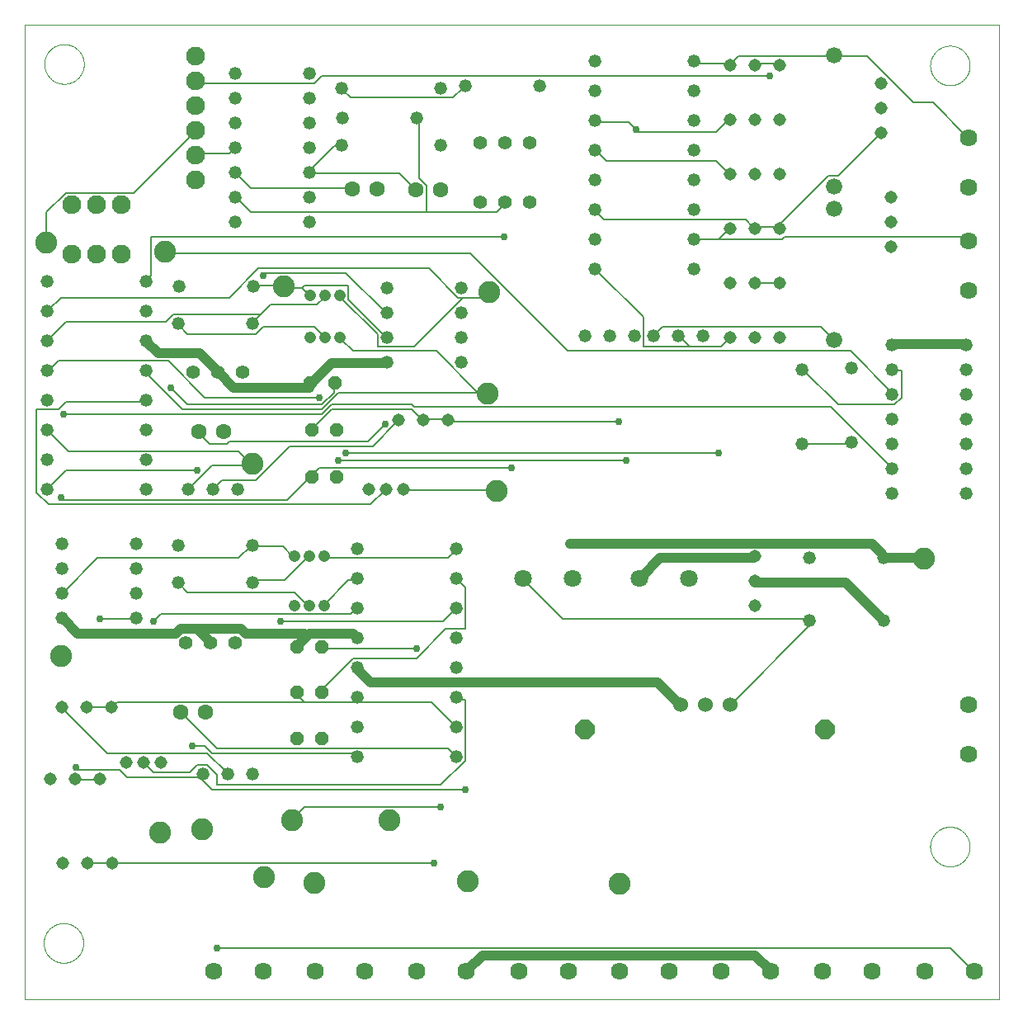
<source format=gtl>
G04 EAGLE Gerber X2 export*
%TF.Part,Single*%
%TF.FileFunction,Other,Top Layer*%
%TF.FilePolarity,Positive*%
%TF.GenerationSoftware,Autodesk,EAGLE,9.1.2*%
%TF.CreationDate,2019-01-11T15:16:38Z*%
G75*
%MOMM*%
%FSLAX34Y34*%
%LPD*%
%AMOC8*
5,1,8,0,0,1.08239X$1,22.5*%
G01*
%ADD10C,0.000000*%
%ADD11C,1.308000*%
%ADD12C,1.600200*%
%ADD13P,1.429621X8X22.500000*%
%ADD14C,1.320800*%
%ADD15C,1.676400*%
%ADD16C,1.208000*%
%ADD17C,1.408000*%
%ADD18C,1.930400*%
%ADD19C,1.790700*%
%ADD20C,1.800000*%
%ADD21C,1.524000*%
%ADD22P,2.110661X8X202.500000*%
%ADD23C,2.250000*%
%ADD24C,1.016000*%
%ADD25C,0.152400*%
%ADD26C,0.756400*%


D10*
X0Y-187960D02*
X1000000Y-187960D01*
X1000000Y812700D01*
X0Y812700D01*
X0Y-187960D01*
D11*
X383540Y406400D03*
X408940Y406400D03*
X434340Y406400D03*
X889000Y584200D03*
X889000Y609600D03*
X889000Y635000D03*
X723900Y770890D03*
X749300Y770890D03*
X774700Y770890D03*
X723900Y715010D03*
X749300Y715010D03*
X774700Y715010D03*
D12*
X204470Y394970D03*
X179070Y394970D03*
X361950Y643890D03*
X336550Y643890D03*
X426720Y642620D03*
X401320Y642620D03*
D11*
X38100Y112400D03*
X63500Y112400D03*
X88900Y112400D03*
D12*
X185740Y106680D03*
X160340Y106680D03*
D11*
X723900Y659130D03*
X749300Y659130D03*
X774700Y659130D03*
D13*
X279400Y127000D03*
X304800Y127000D03*
X293370Y444500D03*
X318770Y444500D03*
X294640Y347980D03*
X320040Y347980D03*
X294640Y396240D03*
X320040Y396240D03*
X279400Y80010D03*
X304800Y80010D03*
X279400Y173990D03*
X304800Y173990D03*
D14*
X215900Y762000D03*
X215900Y736600D03*
X215900Y609600D03*
X292100Y609600D03*
X215900Y711200D03*
X215900Y685800D03*
X215900Y635000D03*
X215900Y660400D03*
X292100Y635000D03*
X292100Y660400D03*
X292100Y685800D03*
X292100Y711200D03*
X292100Y736600D03*
X292100Y762000D03*
X372320Y542510D03*
X372320Y517110D03*
X448520Y517110D03*
X448520Y542510D03*
X372320Y491710D03*
X372320Y466310D03*
X448520Y491710D03*
X448520Y466310D03*
X38100Y279400D03*
X38100Y254000D03*
X114300Y254000D03*
X114300Y279400D03*
X38100Y228600D03*
X38100Y203200D03*
X114300Y228600D03*
X114300Y203200D03*
D15*
X830580Y780790D03*
X830580Y646440D03*
D14*
X167640Y335280D03*
X218440Y335280D03*
X193040Y335280D03*
D11*
X353540Y335280D03*
X371320Y335280D03*
X389100Y335280D03*
D16*
X293210Y534670D03*
X308450Y534670D03*
X323690Y534670D03*
X293090Y491710D03*
X308330Y491710D03*
X323570Y491710D03*
D14*
X182880Y43180D03*
X233680Y43180D03*
X208280Y43180D03*
D11*
X104140Y55250D03*
X121920Y55250D03*
X139700Y55250D03*
D16*
X276860Y266700D03*
X292100Y266700D03*
X307340Y266700D03*
X276860Y215900D03*
X292100Y215900D03*
X307340Y215900D03*
D14*
X575310Y492760D03*
X626110Y492760D03*
X600710Y492760D03*
X325120Y746760D03*
X426720Y746760D03*
X22860Y457200D03*
X124460Y457200D03*
X341630Y182880D03*
X443230Y182880D03*
X341630Y152400D03*
X443230Y152400D03*
X341630Y60960D03*
X443230Y60960D03*
X341630Y213360D03*
X443230Y213360D03*
X341630Y121920D03*
X443230Y121920D03*
X341630Y274320D03*
X443230Y274320D03*
X341630Y91440D03*
X443230Y91440D03*
X341630Y243840D03*
X443230Y243840D03*
X585470Y744220D03*
X687070Y744220D03*
X325120Y688340D03*
X426720Y688340D03*
X585470Y774700D03*
X687070Y774700D03*
X585470Y683260D03*
X687070Y683260D03*
X585470Y713740D03*
X687070Y713740D03*
D17*
X467360Y629920D03*
X492760Y629920D03*
X518160Y629920D03*
X467360Y690880D03*
X492760Y690880D03*
X518160Y690880D03*
X172720Y455930D03*
X198120Y455930D03*
X223520Y455930D03*
X165100Y177800D03*
X190500Y177800D03*
X215900Y177800D03*
D14*
X22860Y487680D03*
X124460Y487680D03*
X22860Y396240D03*
X124460Y396240D03*
X22860Y335280D03*
X124460Y335280D03*
X22860Y518160D03*
X124460Y518160D03*
X22860Y548640D03*
X124460Y548640D03*
X22860Y426720D03*
X124460Y426720D03*
X22860Y365760D03*
X124460Y365760D03*
D18*
X175260Y779780D03*
X175260Y754380D03*
X175260Y728980D03*
X175260Y703580D03*
X175260Y678180D03*
X175260Y652780D03*
X99060Y627380D03*
X73660Y627380D03*
X48260Y627380D03*
X99060Y576580D03*
X73660Y576580D03*
X48260Y576580D03*
D19*
X968890Y645870D03*
X968890Y696670D03*
X969010Y63990D03*
X969010Y114790D03*
D14*
X528320Y749300D03*
X452120Y749300D03*
X402590Y716280D03*
X326390Y716280D03*
X797560Y458470D03*
X797560Y382270D03*
X234950Y543560D03*
X158750Y543560D03*
X233680Y505460D03*
X157480Y505460D03*
X233680Y278130D03*
X157480Y278130D03*
X233680Y240030D03*
X157480Y240030D03*
D11*
X723900Y491490D03*
X749300Y491490D03*
X774700Y491490D03*
D15*
X830580Y489210D03*
X830580Y623560D03*
D11*
X723900Y603250D03*
X749300Y603250D03*
X774700Y603250D03*
X879000Y701040D03*
X879000Y726440D03*
X879000Y751840D03*
X723900Y547370D03*
X749300Y547370D03*
X774700Y547370D03*
D14*
X645160Y492760D03*
X695960Y492760D03*
X670560Y492760D03*
X585470Y561340D03*
X687070Y561340D03*
X585470Y622300D03*
X687070Y622300D03*
X585470Y652780D03*
X687070Y652780D03*
X585470Y591820D03*
X687070Y591820D03*
D19*
X969010Y539750D03*
X969010Y590550D03*
D14*
X848360Y459740D03*
X848360Y383540D03*
X890270Y483870D03*
X890270Y458470D03*
X890270Y331470D03*
X966470Y331470D03*
X890270Y433070D03*
X890270Y407670D03*
X890270Y356870D03*
X890270Y382270D03*
X966470Y356870D03*
X966470Y382270D03*
X966470Y407670D03*
X966470Y433070D03*
X966470Y458470D03*
X966470Y483870D03*
D10*
X929600Y-31008D02*
X929606Y-30509D01*
X929624Y-30011D01*
X929655Y-29513D01*
X929698Y-29016D01*
X929753Y-28521D01*
X929820Y-28026D01*
X929899Y-27534D01*
X929990Y-27044D01*
X930094Y-26556D01*
X930209Y-26071D01*
X930336Y-25588D01*
X930475Y-25109D01*
X930626Y-24634D01*
X930788Y-24162D01*
X930962Y-23695D01*
X931147Y-23232D01*
X931343Y-22773D01*
X931551Y-22320D01*
X931770Y-21872D01*
X931999Y-21429D01*
X932240Y-20992D01*
X932491Y-20561D01*
X932753Y-20137D01*
X933025Y-19719D01*
X933307Y-19308D01*
X933599Y-18903D01*
X933901Y-18506D01*
X934212Y-18117D01*
X934534Y-17736D01*
X934864Y-17362D01*
X935203Y-16997D01*
X935552Y-16640D01*
X935909Y-16291D01*
X936274Y-15952D01*
X936648Y-15622D01*
X937029Y-15300D01*
X937418Y-14989D01*
X937815Y-14687D01*
X938220Y-14395D01*
X938631Y-14113D01*
X939049Y-13841D01*
X939473Y-13579D01*
X939904Y-13328D01*
X940341Y-13087D01*
X940784Y-12858D01*
X941232Y-12639D01*
X941685Y-12431D01*
X942144Y-12235D01*
X942607Y-12050D01*
X943074Y-11876D01*
X943546Y-11714D01*
X944021Y-11563D01*
X944500Y-11424D01*
X944983Y-11297D01*
X945468Y-11182D01*
X945956Y-11078D01*
X946446Y-10987D01*
X946938Y-10908D01*
X947433Y-10841D01*
X947928Y-10786D01*
X948425Y-10743D01*
X948923Y-10712D01*
X949421Y-10694D01*
X949920Y-10688D01*
X950419Y-10694D01*
X950917Y-10712D01*
X951415Y-10743D01*
X951912Y-10786D01*
X952407Y-10841D01*
X952902Y-10908D01*
X953394Y-10987D01*
X953884Y-11078D01*
X954372Y-11182D01*
X954857Y-11297D01*
X955340Y-11424D01*
X955819Y-11563D01*
X956294Y-11714D01*
X956766Y-11876D01*
X957233Y-12050D01*
X957696Y-12235D01*
X958155Y-12431D01*
X958608Y-12639D01*
X959056Y-12858D01*
X959499Y-13087D01*
X959936Y-13328D01*
X960367Y-13579D01*
X960791Y-13841D01*
X961209Y-14113D01*
X961620Y-14395D01*
X962025Y-14687D01*
X962422Y-14989D01*
X962811Y-15300D01*
X963192Y-15622D01*
X963566Y-15952D01*
X963931Y-16291D01*
X964288Y-16640D01*
X964637Y-16997D01*
X964976Y-17362D01*
X965306Y-17736D01*
X965628Y-18117D01*
X965939Y-18506D01*
X966241Y-18903D01*
X966533Y-19308D01*
X966815Y-19719D01*
X967087Y-20137D01*
X967349Y-20561D01*
X967600Y-20992D01*
X967841Y-21429D01*
X968070Y-21872D01*
X968289Y-22320D01*
X968497Y-22773D01*
X968693Y-23232D01*
X968878Y-23695D01*
X969052Y-24162D01*
X969214Y-24634D01*
X969365Y-25109D01*
X969504Y-25588D01*
X969631Y-26071D01*
X969746Y-26556D01*
X969850Y-27044D01*
X969941Y-27534D01*
X970020Y-28026D01*
X970087Y-28521D01*
X970142Y-29016D01*
X970185Y-29513D01*
X970216Y-30011D01*
X970234Y-30509D01*
X970240Y-31008D01*
X970234Y-31507D01*
X970216Y-32005D01*
X970185Y-32503D01*
X970142Y-33000D01*
X970087Y-33495D01*
X970020Y-33990D01*
X969941Y-34482D01*
X969850Y-34972D01*
X969746Y-35460D01*
X969631Y-35945D01*
X969504Y-36428D01*
X969365Y-36907D01*
X969214Y-37382D01*
X969052Y-37854D01*
X968878Y-38321D01*
X968693Y-38784D01*
X968497Y-39243D01*
X968289Y-39696D01*
X968070Y-40144D01*
X967841Y-40587D01*
X967600Y-41024D01*
X967349Y-41455D01*
X967087Y-41879D01*
X966815Y-42297D01*
X966533Y-42708D01*
X966241Y-43113D01*
X965939Y-43510D01*
X965628Y-43899D01*
X965306Y-44280D01*
X964976Y-44654D01*
X964637Y-45019D01*
X964288Y-45376D01*
X963931Y-45725D01*
X963566Y-46064D01*
X963192Y-46394D01*
X962811Y-46716D01*
X962422Y-47027D01*
X962025Y-47329D01*
X961620Y-47621D01*
X961209Y-47903D01*
X960791Y-48175D01*
X960367Y-48437D01*
X959936Y-48688D01*
X959499Y-48929D01*
X959056Y-49158D01*
X958608Y-49377D01*
X958155Y-49585D01*
X957696Y-49781D01*
X957233Y-49966D01*
X956766Y-50140D01*
X956294Y-50302D01*
X955819Y-50453D01*
X955340Y-50592D01*
X954857Y-50719D01*
X954372Y-50834D01*
X953884Y-50938D01*
X953394Y-51029D01*
X952902Y-51108D01*
X952407Y-51175D01*
X951912Y-51230D01*
X951415Y-51273D01*
X950917Y-51304D01*
X950419Y-51322D01*
X949920Y-51328D01*
X949421Y-51322D01*
X948923Y-51304D01*
X948425Y-51273D01*
X947928Y-51230D01*
X947433Y-51175D01*
X946938Y-51108D01*
X946446Y-51029D01*
X945956Y-50938D01*
X945468Y-50834D01*
X944983Y-50719D01*
X944500Y-50592D01*
X944021Y-50453D01*
X943546Y-50302D01*
X943074Y-50140D01*
X942607Y-49966D01*
X942144Y-49781D01*
X941685Y-49585D01*
X941232Y-49377D01*
X940784Y-49158D01*
X940341Y-48929D01*
X939904Y-48688D01*
X939473Y-48437D01*
X939049Y-48175D01*
X938631Y-47903D01*
X938220Y-47621D01*
X937815Y-47329D01*
X937418Y-47027D01*
X937029Y-46716D01*
X936648Y-46394D01*
X936274Y-46064D01*
X935909Y-45725D01*
X935552Y-45376D01*
X935203Y-45019D01*
X934864Y-44654D01*
X934534Y-44280D01*
X934212Y-43899D01*
X933901Y-43510D01*
X933599Y-43113D01*
X933307Y-42708D01*
X933025Y-42297D01*
X932753Y-41879D01*
X932491Y-41455D01*
X932240Y-41024D01*
X931999Y-40587D01*
X931770Y-40144D01*
X931551Y-39696D01*
X931343Y-39243D01*
X931147Y-38784D01*
X930962Y-38321D01*
X930788Y-37854D01*
X930626Y-37382D01*
X930475Y-36907D01*
X930336Y-36428D01*
X930209Y-35945D01*
X930094Y-35460D01*
X929990Y-34972D01*
X929899Y-34482D01*
X929820Y-33990D01*
X929753Y-33495D01*
X929698Y-33000D01*
X929655Y-32503D01*
X929624Y-32005D01*
X929606Y-31507D01*
X929600Y-31008D01*
X929600Y770510D02*
X929606Y771009D01*
X929624Y771507D01*
X929655Y772005D01*
X929698Y772502D01*
X929753Y772997D01*
X929820Y773492D01*
X929899Y773984D01*
X929990Y774474D01*
X930094Y774962D01*
X930209Y775447D01*
X930336Y775930D01*
X930475Y776409D01*
X930626Y776884D01*
X930788Y777356D01*
X930962Y777823D01*
X931147Y778286D01*
X931343Y778745D01*
X931551Y779198D01*
X931770Y779646D01*
X931999Y780089D01*
X932240Y780526D01*
X932491Y780957D01*
X932753Y781381D01*
X933025Y781799D01*
X933307Y782210D01*
X933599Y782615D01*
X933901Y783012D01*
X934212Y783401D01*
X934534Y783782D01*
X934864Y784156D01*
X935203Y784521D01*
X935552Y784878D01*
X935909Y785227D01*
X936274Y785566D01*
X936648Y785896D01*
X937029Y786218D01*
X937418Y786529D01*
X937815Y786831D01*
X938220Y787123D01*
X938631Y787405D01*
X939049Y787677D01*
X939473Y787939D01*
X939904Y788190D01*
X940341Y788431D01*
X940784Y788660D01*
X941232Y788879D01*
X941685Y789087D01*
X942144Y789283D01*
X942607Y789468D01*
X943074Y789642D01*
X943546Y789804D01*
X944021Y789955D01*
X944500Y790094D01*
X944983Y790221D01*
X945468Y790336D01*
X945956Y790440D01*
X946446Y790531D01*
X946938Y790610D01*
X947433Y790677D01*
X947928Y790732D01*
X948425Y790775D01*
X948923Y790806D01*
X949421Y790824D01*
X949920Y790830D01*
X950419Y790824D01*
X950917Y790806D01*
X951415Y790775D01*
X951912Y790732D01*
X952407Y790677D01*
X952902Y790610D01*
X953394Y790531D01*
X953884Y790440D01*
X954372Y790336D01*
X954857Y790221D01*
X955340Y790094D01*
X955819Y789955D01*
X956294Y789804D01*
X956766Y789642D01*
X957233Y789468D01*
X957696Y789283D01*
X958155Y789087D01*
X958608Y788879D01*
X959056Y788660D01*
X959499Y788431D01*
X959936Y788190D01*
X960367Y787939D01*
X960791Y787677D01*
X961209Y787405D01*
X961620Y787123D01*
X962025Y786831D01*
X962422Y786529D01*
X962811Y786218D01*
X963192Y785896D01*
X963566Y785566D01*
X963931Y785227D01*
X964288Y784878D01*
X964637Y784521D01*
X964976Y784156D01*
X965306Y783782D01*
X965628Y783401D01*
X965939Y783012D01*
X966241Y782615D01*
X966533Y782210D01*
X966815Y781799D01*
X967087Y781381D01*
X967349Y780957D01*
X967600Y780526D01*
X967841Y780089D01*
X968070Y779646D01*
X968289Y779198D01*
X968497Y778745D01*
X968693Y778286D01*
X968878Y777823D01*
X969052Y777356D01*
X969214Y776884D01*
X969365Y776409D01*
X969504Y775930D01*
X969631Y775447D01*
X969746Y774962D01*
X969850Y774474D01*
X969941Y773984D01*
X970020Y773492D01*
X970087Y772997D01*
X970142Y772502D01*
X970185Y772005D01*
X970216Y771507D01*
X970234Y771009D01*
X970240Y770510D01*
X970234Y770011D01*
X970216Y769513D01*
X970185Y769015D01*
X970142Y768518D01*
X970087Y768023D01*
X970020Y767528D01*
X969941Y767036D01*
X969850Y766546D01*
X969746Y766058D01*
X969631Y765573D01*
X969504Y765090D01*
X969365Y764611D01*
X969214Y764136D01*
X969052Y763664D01*
X968878Y763197D01*
X968693Y762734D01*
X968497Y762275D01*
X968289Y761822D01*
X968070Y761374D01*
X967841Y760931D01*
X967600Y760494D01*
X967349Y760063D01*
X967087Y759639D01*
X966815Y759221D01*
X966533Y758810D01*
X966241Y758405D01*
X965939Y758008D01*
X965628Y757619D01*
X965306Y757238D01*
X964976Y756864D01*
X964637Y756499D01*
X964288Y756142D01*
X963931Y755793D01*
X963566Y755454D01*
X963192Y755124D01*
X962811Y754802D01*
X962422Y754491D01*
X962025Y754189D01*
X961620Y753897D01*
X961209Y753615D01*
X960791Y753343D01*
X960367Y753081D01*
X959936Y752830D01*
X959499Y752589D01*
X959056Y752360D01*
X958608Y752141D01*
X958155Y751933D01*
X957696Y751737D01*
X957233Y751552D01*
X956766Y751378D01*
X956294Y751216D01*
X955819Y751065D01*
X955340Y750926D01*
X954857Y750799D01*
X954372Y750684D01*
X953884Y750580D01*
X953394Y750489D01*
X952902Y750410D01*
X952407Y750343D01*
X951912Y750288D01*
X951415Y750245D01*
X950917Y750214D01*
X950419Y750196D01*
X949920Y750190D01*
X949421Y750196D01*
X948923Y750214D01*
X948425Y750245D01*
X947928Y750288D01*
X947433Y750343D01*
X946938Y750410D01*
X946446Y750489D01*
X945956Y750580D01*
X945468Y750684D01*
X944983Y750799D01*
X944500Y750926D01*
X944021Y751065D01*
X943546Y751216D01*
X943074Y751378D01*
X942607Y751552D01*
X942144Y751737D01*
X941685Y751933D01*
X941232Y752141D01*
X940784Y752360D01*
X940341Y752589D01*
X939904Y752830D01*
X939473Y753081D01*
X939049Y753343D01*
X938631Y753615D01*
X938220Y753897D01*
X937815Y754189D01*
X937418Y754491D01*
X937029Y754802D01*
X936648Y755124D01*
X936274Y755454D01*
X935909Y755793D01*
X935552Y756142D01*
X935203Y756499D01*
X934864Y756864D01*
X934534Y757238D01*
X934212Y757619D01*
X933901Y758008D01*
X933599Y758405D01*
X933307Y758810D01*
X933025Y759221D01*
X932753Y759639D01*
X932491Y760063D01*
X932240Y760494D01*
X931999Y760931D01*
X931770Y761374D01*
X931551Y761822D01*
X931343Y762275D01*
X931147Y762734D01*
X930962Y763197D01*
X930788Y763664D01*
X930626Y764136D01*
X930475Y764611D01*
X930336Y765090D01*
X930209Y765573D01*
X930094Y766058D01*
X929990Y766546D01*
X929899Y767036D01*
X929820Y767528D01*
X929753Y768023D01*
X929698Y768518D01*
X929655Y769015D01*
X929624Y769513D01*
X929606Y770011D01*
X929600Y770510D01*
X20480Y772000D02*
X20486Y772499D01*
X20504Y772997D01*
X20535Y773495D01*
X20578Y773992D01*
X20633Y774487D01*
X20700Y774982D01*
X20779Y775474D01*
X20870Y775964D01*
X20974Y776452D01*
X21089Y776937D01*
X21216Y777420D01*
X21355Y777899D01*
X21506Y778374D01*
X21668Y778846D01*
X21842Y779313D01*
X22027Y779776D01*
X22223Y780235D01*
X22431Y780688D01*
X22650Y781136D01*
X22879Y781579D01*
X23120Y782016D01*
X23371Y782447D01*
X23633Y782871D01*
X23905Y783289D01*
X24187Y783700D01*
X24479Y784105D01*
X24781Y784502D01*
X25092Y784891D01*
X25414Y785272D01*
X25744Y785646D01*
X26083Y786011D01*
X26432Y786368D01*
X26789Y786717D01*
X27154Y787056D01*
X27528Y787386D01*
X27909Y787708D01*
X28298Y788019D01*
X28695Y788321D01*
X29100Y788613D01*
X29511Y788895D01*
X29929Y789167D01*
X30353Y789429D01*
X30784Y789680D01*
X31221Y789921D01*
X31664Y790150D01*
X32112Y790369D01*
X32565Y790577D01*
X33024Y790773D01*
X33487Y790958D01*
X33954Y791132D01*
X34426Y791294D01*
X34901Y791445D01*
X35380Y791584D01*
X35863Y791711D01*
X36348Y791826D01*
X36836Y791930D01*
X37326Y792021D01*
X37818Y792100D01*
X38313Y792167D01*
X38808Y792222D01*
X39305Y792265D01*
X39803Y792296D01*
X40301Y792314D01*
X40800Y792320D01*
X41299Y792314D01*
X41797Y792296D01*
X42295Y792265D01*
X42792Y792222D01*
X43287Y792167D01*
X43782Y792100D01*
X44274Y792021D01*
X44764Y791930D01*
X45252Y791826D01*
X45737Y791711D01*
X46220Y791584D01*
X46699Y791445D01*
X47174Y791294D01*
X47646Y791132D01*
X48113Y790958D01*
X48576Y790773D01*
X49035Y790577D01*
X49488Y790369D01*
X49936Y790150D01*
X50379Y789921D01*
X50816Y789680D01*
X51247Y789429D01*
X51671Y789167D01*
X52089Y788895D01*
X52500Y788613D01*
X52905Y788321D01*
X53302Y788019D01*
X53691Y787708D01*
X54072Y787386D01*
X54446Y787056D01*
X54811Y786717D01*
X55168Y786368D01*
X55517Y786011D01*
X55856Y785646D01*
X56186Y785272D01*
X56508Y784891D01*
X56819Y784502D01*
X57121Y784105D01*
X57413Y783700D01*
X57695Y783289D01*
X57967Y782871D01*
X58229Y782447D01*
X58480Y782016D01*
X58721Y781579D01*
X58950Y781136D01*
X59169Y780688D01*
X59377Y780235D01*
X59573Y779776D01*
X59758Y779313D01*
X59932Y778846D01*
X60094Y778374D01*
X60245Y777899D01*
X60384Y777420D01*
X60511Y776937D01*
X60626Y776452D01*
X60730Y775964D01*
X60821Y775474D01*
X60900Y774982D01*
X60967Y774487D01*
X61022Y773992D01*
X61065Y773495D01*
X61096Y772997D01*
X61114Y772499D01*
X61120Y772000D01*
X61114Y771501D01*
X61096Y771003D01*
X61065Y770505D01*
X61022Y770008D01*
X60967Y769513D01*
X60900Y769018D01*
X60821Y768526D01*
X60730Y768036D01*
X60626Y767548D01*
X60511Y767063D01*
X60384Y766580D01*
X60245Y766101D01*
X60094Y765626D01*
X59932Y765154D01*
X59758Y764687D01*
X59573Y764224D01*
X59377Y763765D01*
X59169Y763312D01*
X58950Y762864D01*
X58721Y762421D01*
X58480Y761984D01*
X58229Y761553D01*
X57967Y761129D01*
X57695Y760711D01*
X57413Y760300D01*
X57121Y759895D01*
X56819Y759498D01*
X56508Y759109D01*
X56186Y758728D01*
X55856Y758354D01*
X55517Y757989D01*
X55168Y757632D01*
X54811Y757283D01*
X54446Y756944D01*
X54072Y756614D01*
X53691Y756292D01*
X53302Y755981D01*
X52905Y755679D01*
X52500Y755387D01*
X52089Y755105D01*
X51671Y754833D01*
X51247Y754571D01*
X50816Y754320D01*
X50379Y754079D01*
X49936Y753850D01*
X49488Y753631D01*
X49035Y753423D01*
X48576Y753227D01*
X48113Y753042D01*
X47646Y752868D01*
X47174Y752706D01*
X46699Y752555D01*
X46220Y752416D01*
X45737Y752289D01*
X45252Y752174D01*
X44764Y752070D01*
X44274Y751979D01*
X43782Y751900D01*
X43287Y751833D01*
X42792Y751778D01*
X42295Y751735D01*
X41797Y751704D01*
X41299Y751686D01*
X40800Y751680D01*
X40301Y751686D01*
X39803Y751704D01*
X39305Y751735D01*
X38808Y751778D01*
X38313Y751833D01*
X37818Y751900D01*
X37326Y751979D01*
X36836Y752070D01*
X36348Y752174D01*
X35863Y752289D01*
X35380Y752416D01*
X34901Y752555D01*
X34426Y752706D01*
X33954Y752868D01*
X33487Y753042D01*
X33024Y753227D01*
X32565Y753423D01*
X32112Y753631D01*
X31664Y753850D01*
X31221Y754079D01*
X30784Y754320D01*
X30353Y754571D01*
X29929Y754833D01*
X29511Y755105D01*
X29100Y755387D01*
X28695Y755679D01*
X28298Y755981D01*
X27909Y756292D01*
X27528Y756614D01*
X27154Y756944D01*
X26789Y757283D01*
X26432Y757632D01*
X26083Y757989D01*
X25744Y758354D01*
X25414Y758728D01*
X25092Y759109D01*
X24781Y759498D01*
X24479Y759895D01*
X24187Y760300D01*
X23905Y760711D01*
X23633Y761129D01*
X23371Y761553D01*
X23120Y761984D01*
X22879Y762421D01*
X22650Y762864D01*
X22431Y763312D01*
X22223Y763765D01*
X22027Y764224D01*
X21842Y764687D01*
X21668Y765154D01*
X21506Y765626D01*
X21355Y766101D01*
X21216Y766580D01*
X21089Y767063D01*
X20974Y767548D01*
X20870Y768036D01*
X20779Y768526D01*
X20700Y769018D01*
X20633Y769513D01*
X20578Y770008D01*
X20535Y770505D01*
X20504Y771003D01*
X20486Y771501D01*
X20480Y772000D01*
X19850Y-129850D02*
X19856Y-129351D01*
X19874Y-128853D01*
X19905Y-128355D01*
X19948Y-127858D01*
X20003Y-127363D01*
X20070Y-126868D01*
X20149Y-126376D01*
X20240Y-125886D01*
X20344Y-125398D01*
X20459Y-124913D01*
X20586Y-124430D01*
X20725Y-123951D01*
X20876Y-123476D01*
X21038Y-123004D01*
X21212Y-122537D01*
X21397Y-122074D01*
X21593Y-121615D01*
X21801Y-121162D01*
X22020Y-120714D01*
X22249Y-120271D01*
X22490Y-119834D01*
X22741Y-119403D01*
X23003Y-118979D01*
X23275Y-118561D01*
X23557Y-118150D01*
X23849Y-117745D01*
X24151Y-117348D01*
X24462Y-116959D01*
X24784Y-116578D01*
X25114Y-116204D01*
X25453Y-115839D01*
X25802Y-115482D01*
X26159Y-115133D01*
X26524Y-114794D01*
X26898Y-114464D01*
X27279Y-114142D01*
X27668Y-113831D01*
X28065Y-113529D01*
X28470Y-113237D01*
X28881Y-112955D01*
X29299Y-112683D01*
X29723Y-112421D01*
X30154Y-112170D01*
X30591Y-111929D01*
X31034Y-111700D01*
X31482Y-111481D01*
X31935Y-111273D01*
X32394Y-111077D01*
X32857Y-110892D01*
X33324Y-110718D01*
X33796Y-110556D01*
X34271Y-110405D01*
X34750Y-110266D01*
X35233Y-110139D01*
X35718Y-110024D01*
X36206Y-109920D01*
X36696Y-109829D01*
X37188Y-109750D01*
X37683Y-109683D01*
X38178Y-109628D01*
X38675Y-109585D01*
X39173Y-109554D01*
X39671Y-109536D01*
X40170Y-109530D01*
X40669Y-109536D01*
X41167Y-109554D01*
X41665Y-109585D01*
X42162Y-109628D01*
X42657Y-109683D01*
X43152Y-109750D01*
X43644Y-109829D01*
X44134Y-109920D01*
X44622Y-110024D01*
X45107Y-110139D01*
X45590Y-110266D01*
X46069Y-110405D01*
X46544Y-110556D01*
X47016Y-110718D01*
X47483Y-110892D01*
X47946Y-111077D01*
X48405Y-111273D01*
X48858Y-111481D01*
X49306Y-111700D01*
X49749Y-111929D01*
X50186Y-112170D01*
X50617Y-112421D01*
X51041Y-112683D01*
X51459Y-112955D01*
X51870Y-113237D01*
X52275Y-113529D01*
X52672Y-113831D01*
X53061Y-114142D01*
X53442Y-114464D01*
X53816Y-114794D01*
X54181Y-115133D01*
X54538Y-115482D01*
X54887Y-115839D01*
X55226Y-116204D01*
X55556Y-116578D01*
X55878Y-116959D01*
X56189Y-117348D01*
X56491Y-117745D01*
X56783Y-118150D01*
X57065Y-118561D01*
X57337Y-118979D01*
X57599Y-119403D01*
X57850Y-119834D01*
X58091Y-120271D01*
X58320Y-120714D01*
X58539Y-121162D01*
X58747Y-121615D01*
X58943Y-122074D01*
X59128Y-122537D01*
X59302Y-123004D01*
X59464Y-123476D01*
X59615Y-123951D01*
X59754Y-124430D01*
X59881Y-124913D01*
X59996Y-125398D01*
X60100Y-125886D01*
X60191Y-126376D01*
X60270Y-126868D01*
X60337Y-127363D01*
X60392Y-127858D01*
X60435Y-128355D01*
X60466Y-128853D01*
X60484Y-129351D01*
X60490Y-129850D01*
X60484Y-130349D01*
X60466Y-130847D01*
X60435Y-131345D01*
X60392Y-131842D01*
X60337Y-132337D01*
X60270Y-132832D01*
X60191Y-133324D01*
X60100Y-133814D01*
X59996Y-134302D01*
X59881Y-134787D01*
X59754Y-135270D01*
X59615Y-135749D01*
X59464Y-136224D01*
X59302Y-136696D01*
X59128Y-137163D01*
X58943Y-137626D01*
X58747Y-138085D01*
X58539Y-138538D01*
X58320Y-138986D01*
X58091Y-139429D01*
X57850Y-139866D01*
X57599Y-140297D01*
X57337Y-140721D01*
X57065Y-141139D01*
X56783Y-141550D01*
X56491Y-141955D01*
X56189Y-142352D01*
X55878Y-142741D01*
X55556Y-143122D01*
X55226Y-143496D01*
X54887Y-143861D01*
X54538Y-144218D01*
X54181Y-144567D01*
X53816Y-144906D01*
X53442Y-145236D01*
X53061Y-145558D01*
X52672Y-145869D01*
X52275Y-146171D01*
X51870Y-146463D01*
X51459Y-146745D01*
X51041Y-147017D01*
X50617Y-147279D01*
X50186Y-147530D01*
X49749Y-147771D01*
X49306Y-148000D01*
X48858Y-148219D01*
X48405Y-148427D01*
X47946Y-148623D01*
X47483Y-148808D01*
X47016Y-148982D01*
X46544Y-149144D01*
X46069Y-149295D01*
X45590Y-149434D01*
X45107Y-149561D01*
X44622Y-149676D01*
X44134Y-149780D01*
X43644Y-149871D01*
X43152Y-149950D01*
X42657Y-150017D01*
X42162Y-150072D01*
X41665Y-150115D01*
X41167Y-150146D01*
X40669Y-150164D01*
X40170Y-150170D01*
X39671Y-150164D01*
X39173Y-150146D01*
X38675Y-150115D01*
X38178Y-150072D01*
X37683Y-150017D01*
X37188Y-149950D01*
X36696Y-149871D01*
X36206Y-149780D01*
X35718Y-149676D01*
X35233Y-149561D01*
X34750Y-149434D01*
X34271Y-149295D01*
X33796Y-149144D01*
X33324Y-148982D01*
X32857Y-148808D01*
X32394Y-148623D01*
X31935Y-148427D01*
X31482Y-148219D01*
X31034Y-148000D01*
X30591Y-147771D01*
X30154Y-147530D01*
X29723Y-147279D01*
X29299Y-147017D01*
X28881Y-146745D01*
X28470Y-146463D01*
X28065Y-146171D01*
X27668Y-145869D01*
X27279Y-145558D01*
X26898Y-145236D01*
X26524Y-144906D01*
X26159Y-144567D01*
X25802Y-144218D01*
X25453Y-143861D01*
X25114Y-143496D01*
X24784Y-143122D01*
X24462Y-142741D01*
X24151Y-142352D01*
X23849Y-141955D01*
X23557Y-141550D01*
X23275Y-141139D01*
X23003Y-140721D01*
X22741Y-140297D01*
X22490Y-139866D01*
X22249Y-139429D01*
X22020Y-138986D01*
X21801Y-138538D01*
X21593Y-138085D01*
X21397Y-137626D01*
X21212Y-137163D01*
X21038Y-136696D01*
X20876Y-136224D01*
X20725Y-135749D01*
X20586Y-135270D01*
X20459Y-134787D01*
X20344Y-134302D01*
X20240Y-133814D01*
X20149Y-133324D01*
X20070Y-132832D01*
X20003Y-132337D01*
X19948Y-131842D01*
X19905Y-131345D01*
X19874Y-130847D01*
X19856Y-130349D01*
X19850Y-129850D01*
D14*
X805180Y265430D03*
X881380Y265430D03*
D20*
X562610Y243840D03*
X511810Y243840D03*
X681990Y243840D03*
X631190Y243840D03*
D14*
X805180Y200660D03*
X881380Y200660D03*
D21*
X723900Y114300D03*
X698500Y114300D03*
X673100Y114300D03*
D22*
X821690Y88900D03*
X575310Y88900D03*
D11*
X749300Y215900D03*
X749300Y241300D03*
X749300Y266700D03*
X39500Y-47543D03*
X64900Y-47543D03*
X90300Y-47543D03*
X26500Y38080D03*
X51900Y38080D03*
X77300Y38080D03*
D23*
X611220Y-69090D03*
X297560Y-67990D03*
X22220Y588450D03*
X144140Y579870D03*
X182400Y-12750D03*
X37620Y164250D03*
X234440Y362160D03*
X266060Y543650D03*
X923080Y264580D03*
X455130Y-66760D03*
X245740Y-62320D03*
X476940Y537660D03*
X475610Y434240D03*
X274440Y-3440D03*
X374440Y-4240D03*
X139060Y-16470D03*
X484440Y334160D03*
D19*
X923965Y-158680D03*
X974765Y-158680D03*
X819456Y-158434D03*
X870256Y-158434D03*
X714852Y-158625D03*
X765652Y-158625D03*
X507195Y-158646D03*
X557995Y-158646D03*
X610664Y-159015D03*
X661464Y-159015D03*
X402862Y-158642D03*
X453662Y-158642D03*
X298533Y-158716D03*
X349333Y-158716D03*
X194011Y-158672D03*
X244811Y-158672D03*
D24*
X290000Y185000D02*
X292500Y187500D01*
X290000Y185000D02*
X280000Y175000D01*
X292500Y187500D02*
X337500Y187500D01*
X340000Y185000D01*
X280000Y175000D02*
X279400Y173990D01*
X340000Y185000D02*
X341630Y182880D01*
X55000Y187500D02*
X40000Y202500D01*
X55000Y187500D02*
X155000Y187500D01*
X160000Y192500D01*
X177500Y192500D01*
X190000Y180000D01*
X40000Y202500D02*
X38100Y203200D01*
X190000Y180000D02*
X190500Y177800D01*
X227500Y187500D02*
X287500Y187500D01*
X227500Y187500D02*
X222500Y192500D01*
X182500Y192500D01*
X287500Y187500D02*
X290000Y185000D01*
X182500Y192500D02*
X177500Y192500D01*
X295000Y445000D02*
X315000Y465000D01*
X370000Y465000D01*
X295000Y445000D02*
X293370Y444500D01*
X370000Y465000D02*
X372320Y466310D01*
X215000Y440000D02*
X200000Y455000D01*
X215000Y440000D02*
X292500Y440000D01*
X200000Y455000D02*
X198120Y455930D01*
X292500Y440000D02*
X293370Y444500D01*
X137500Y475000D02*
X125000Y487500D01*
X137500Y475000D02*
X180000Y475000D01*
X195000Y460000D01*
X125000Y487500D02*
X124460Y487680D01*
X195000Y460000D02*
X198120Y455930D01*
X750000Y-142500D02*
X765000Y-157500D01*
X750000Y-142500D02*
X470000Y-142500D01*
X455000Y-157500D01*
X765000Y-157500D02*
X765652Y-158625D01*
X455000Y-157500D02*
X453662Y-158642D01*
X892500Y485000D02*
X965000Y485000D01*
X966470Y483870D01*
X892500Y485000D02*
X890270Y483870D01*
X842500Y240000D02*
X880000Y202500D01*
X842500Y240000D02*
X750000Y240000D01*
X880000Y202500D02*
X881380Y200660D01*
X750000Y240000D02*
X749300Y241300D01*
X652500Y265000D02*
X632500Y245000D01*
X652500Y265000D02*
X747500Y265000D01*
X632500Y245000D02*
X631190Y243840D01*
X747500Y265000D02*
X749300Y266700D01*
X355000Y137500D02*
X342500Y150000D01*
X355000Y137500D02*
X650000Y137500D01*
X672500Y115000D01*
X342500Y150000D02*
X341630Y152400D01*
X672500Y115000D02*
X673100Y114300D01*
D25*
X232500Y645000D02*
X217500Y660000D01*
X232500Y645000D02*
X335000Y645000D01*
X217500Y660000D02*
X215900Y660400D01*
X335000Y645000D02*
X336550Y643890D01*
X440000Y737500D02*
X450000Y747500D01*
X440000Y737500D02*
X335000Y737500D01*
X327500Y745000D01*
X450000Y747500D02*
X452120Y749300D01*
X327500Y745000D02*
X325120Y746760D01*
X317500Y687500D02*
X292500Y662500D01*
X317500Y687500D02*
X325000Y687500D01*
X292500Y662500D02*
X292100Y660400D01*
X325000Y687500D02*
X325120Y688340D01*
X385000Y660000D02*
X400000Y645000D01*
X385000Y660000D02*
X292500Y660000D01*
X400000Y645000D02*
X401320Y642620D01*
X292500Y660000D02*
X292100Y660400D01*
X215000Y685000D02*
X210000Y680000D01*
X177500Y680000D01*
X215000Y685000D02*
X215900Y685800D01*
X177500Y680000D02*
X175260Y678180D01*
X217500Y635000D02*
X232500Y620000D01*
X412500Y620000D02*
X485000Y620000D01*
X412500Y620000D02*
X232500Y620000D01*
X485000Y620000D02*
X492500Y627500D01*
X217500Y635000D02*
X215900Y635000D01*
X492500Y627500D02*
X492760Y629920D01*
X405000Y655000D02*
X405000Y715000D01*
X405000Y655000D02*
X412500Y647500D01*
X412500Y620000D01*
X405000Y715000D02*
X402590Y716280D01*
X290000Y265000D02*
X267500Y242500D01*
X235000Y242500D01*
X290000Y265000D02*
X292100Y266700D01*
X235000Y242500D02*
X233680Y240030D01*
X87500Y112500D02*
X65000Y112500D01*
X63500Y112400D01*
X87500Y112500D02*
X88900Y112400D01*
X280000Y125000D02*
X287500Y117500D01*
X337500Y117500D01*
X340000Y120000D01*
X280000Y125000D02*
X279400Y127000D01*
X340000Y120000D02*
X341630Y121920D01*
X95000Y117500D02*
X90000Y112500D01*
X95000Y117500D02*
X287500Y117500D01*
X90000Y112500D02*
X88900Y112400D01*
X417500Y117500D02*
X442500Y92500D01*
X417500Y117500D02*
X337500Y117500D01*
X442500Y92500D02*
X443230Y91440D01*
X341630Y121920D02*
X337500Y117500D01*
X357500Y380000D02*
X382500Y405000D01*
X357500Y380000D02*
X272500Y380000D01*
X237500Y345000D01*
X202500Y345000D01*
X195000Y337500D01*
X382500Y405000D02*
X383540Y406400D01*
X195000Y337500D02*
X193040Y335280D01*
X45000Y375000D02*
X25000Y395000D01*
X45000Y375000D02*
X220000Y375000D01*
X232500Y362500D01*
X25000Y395000D02*
X22860Y396240D01*
X232500Y362500D02*
X234440Y362160D01*
X192500Y360000D02*
X170000Y337500D01*
X192500Y360000D02*
X232500Y360000D01*
X170000Y337500D02*
X167640Y335280D01*
X232500Y360000D02*
X234440Y362160D01*
X370000Y517500D02*
X330000Y557500D01*
X247500Y557500D01*
X245000Y555000D01*
X370000Y517500D02*
X372320Y517110D01*
D26*
X245000Y555000D03*
D25*
X42500Y355000D02*
X25000Y337500D01*
X42500Y355000D02*
X177500Y355000D01*
X25000Y337500D02*
X22860Y335280D01*
X352500Y385000D02*
X370000Y402500D01*
X352500Y385000D02*
X210000Y385000D01*
X207500Y382500D01*
X190000Y382500D01*
X180000Y392500D01*
X179070Y394970D01*
D26*
X177500Y355000D03*
X370000Y402500D03*
D25*
X390000Y335000D02*
X482500Y335000D01*
X390000Y335000D02*
X389100Y335280D01*
X482500Y335000D02*
X484440Y334160D01*
X130000Y555000D02*
X125000Y550000D01*
X130000Y555000D02*
X130000Y595000D01*
X492500Y595000D01*
X125000Y550000D02*
X124460Y548640D01*
D26*
X492500Y595000D03*
D25*
X40000Y325000D02*
X37500Y327500D01*
X40000Y325000D02*
X270000Y325000D01*
X292500Y347500D01*
X294640Y347980D01*
X302500Y357500D02*
X500000Y357500D01*
X302500Y357500D02*
X295000Y350000D01*
X294640Y347980D01*
D26*
X37500Y327500D03*
X500000Y357500D03*
D25*
X370000Y335000D02*
X355000Y320000D01*
X25000Y320000D01*
X12500Y332500D01*
X12500Y417500D01*
X35000Y417500D01*
X42500Y425000D01*
X122500Y425000D01*
X370000Y335000D02*
X371320Y335280D01*
X124460Y426720D02*
X122500Y425000D01*
X325000Y532500D02*
X362500Y495000D01*
X362500Y482500D01*
X400000Y482500D01*
X450000Y532500D01*
X470000Y532500D01*
X475000Y537500D01*
X325000Y532500D02*
X323690Y534670D01*
X475000Y537500D02*
X476940Y537660D01*
X37500Y532500D02*
X25000Y520000D01*
X37500Y532500D02*
X210000Y532500D01*
X240000Y562500D01*
X415000Y562500D01*
X445000Y532500D01*
X450000Y532500D01*
X25000Y520000D02*
X22860Y518160D01*
X150000Y440000D02*
X167500Y422500D01*
X305000Y422500D01*
X317500Y435000D01*
X317500Y442500D01*
X318770Y444500D01*
X330000Y372500D02*
X712500Y372500D01*
D26*
X150000Y440000D03*
X712500Y372500D03*
X330000Y372500D03*
D25*
X292500Y535000D02*
X285000Y542500D01*
X267500Y542500D01*
X292500Y535000D02*
X293210Y534670D01*
X267500Y542500D02*
X266060Y543650D01*
X332500Y530000D02*
X370000Y492500D01*
X332500Y530000D02*
X332500Y545000D01*
X287500Y545000D01*
X285000Y542500D01*
X370000Y492500D02*
X372320Y491710D01*
X265000Y545000D02*
X235000Y545000D01*
X234950Y543560D01*
X265000Y545000D02*
X266060Y543650D01*
X297500Y502500D02*
X307500Y492500D01*
X297500Y502500D02*
X245000Y502500D01*
X237500Y495000D01*
X167500Y495000D01*
X157500Y505000D01*
X307500Y492500D02*
X308330Y491710D01*
X157500Y505000D02*
X157480Y505460D01*
X325000Y490000D02*
X337500Y477500D01*
X422500Y477500D01*
X465000Y435000D01*
X475000Y435000D01*
X325000Y490000D02*
X323570Y491710D01*
X475000Y435000D02*
X475610Y434240D01*
X162500Y417500D02*
X125000Y455000D01*
X162500Y417500D02*
X305000Y417500D01*
X322500Y435000D01*
X465000Y435000D01*
X125000Y455000D02*
X124460Y457200D01*
X465000Y435000D02*
X475610Y434240D01*
X35000Y467500D02*
X25000Y457500D01*
X35000Y467500D02*
X147500Y467500D01*
X185000Y430000D01*
X302500Y430000D01*
X25000Y457500D02*
X22860Y457200D01*
X322500Y365000D02*
X617500Y365000D01*
D26*
X302500Y430000D03*
X617500Y365000D03*
X322500Y365000D03*
D25*
X40000Y110000D02*
X85000Y65000D01*
X187500Y65000D01*
X207500Y45000D01*
X40000Y110000D02*
X38100Y112400D01*
X207500Y45000D02*
X208280Y43180D01*
X55000Y47500D02*
X52500Y50000D01*
X55000Y47500D02*
X97500Y47500D01*
X105000Y40000D01*
X180000Y40000D01*
X182500Y42500D01*
X182880Y43180D01*
X192500Y27500D02*
X452500Y27500D01*
X192500Y27500D02*
X180000Y40000D01*
X182880Y43180D01*
D26*
X52500Y50000D03*
X452500Y27500D03*
D25*
X442500Y62500D02*
X435000Y70000D01*
X197500Y70000D01*
X162500Y105000D01*
X442500Y62500D02*
X443230Y60960D01*
X162500Y105000D02*
X160340Y106680D01*
X335000Y207500D02*
X340000Y212500D01*
X335000Y207500D02*
X140000Y207500D01*
X132500Y200000D01*
X340000Y212500D02*
X341630Y213360D01*
D26*
X132500Y200000D03*
D25*
X430000Y200000D02*
X442500Y212500D01*
X430000Y200000D02*
X262500Y200000D01*
X442500Y212500D02*
X443230Y213360D01*
D26*
X262500Y200000D03*
D25*
X122500Y55000D02*
X132500Y45000D01*
X170000Y45000D01*
X177500Y52500D01*
X187500Y52500D01*
X197500Y42500D01*
X197500Y32500D01*
X427500Y32500D01*
X452500Y57500D01*
X452500Y120000D01*
X445000Y120000D01*
X122500Y55000D02*
X121920Y55250D01*
X443230Y121920D02*
X445000Y120000D01*
X435000Y265000D02*
X307500Y265000D01*
X435000Y265000D02*
X442500Y272500D01*
X307500Y265000D02*
X307340Y266700D01*
X442500Y272500D02*
X443230Y274320D01*
X287500Y10000D02*
X275000Y-2500D01*
X287500Y10000D02*
X427500Y10000D01*
X275000Y-2500D02*
X274440Y-3440D01*
D26*
X427500Y10000D03*
D25*
X275000Y267500D02*
X265000Y277500D01*
X235000Y277500D01*
X275000Y267500D02*
X276860Y266700D01*
X235000Y277500D02*
X233680Y278130D01*
X232500Y277500D02*
X220000Y265000D01*
X75000Y265000D01*
X40000Y230000D01*
X232500Y277500D02*
X233680Y278130D01*
X40000Y230000D02*
X38100Y228600D01*
X277500Y230000D02*
X290000Y217500D01*
X277500Y230000D02*
X167500Y230000D01*
X157500Y240000D01*
X290000Y217500D02*
X292100Y215900D01*
X157500Y240000D02*
X157480Y240030D01*
X307500Y217500D02*
X332500Y242500D01*
X340000Y242500D01*
X307500Y217500D02*
X307340Y215900D01*
X340000Y242500D02*
X341630Y243840D01*
X445000Y242500D02*
X452500Y235000D01*
X452500Y192500D01*
X432500Y192500D01*
X402500Y162500D01*
X337500Y162500D01*
X302500Y127500D01*
X443230Y243840D02*
X445000Y242500D01*
X304800Y127000D02*
X302500Y127500D01*
X722500Y660000D02*
X710000Y672500D01*
X597500Y672500D01*
X587500Y682500D01*
X722500Y660000D02*
X723900Y659130D01*
X587500Y682500D02*
X585470Y683260D01*
X750000Y772500D02*
X772500Y772500D01*
X774700Y770890D01*
X750000Y772500D02*
X749300Y770890D01*
X627500Y705000D02*
X620000Y712500D01*
X587500Y712500D01*
X585470Y713740D01*
X710000Y702500D02*
X722500Y715000D01*
X710000Y702500D02*
X630000Y702500D01*
X627500Y705000D01*
X722500Y715000D02*
X723900Y715010D01*
D26*
X627500Y705000D03*
D25*
X687500Y772500D02*
X722500Y772500D01*
X723900Y770890D01*
X687500Y772500D02*
X687070Y774700D01*
X732500Y780000D02*
X830000Y780000D01*
X732500Y780000D02*
X725000Y772500D01*
X830000Y780000D02*
X830580Y780790D01*
X725000Y772500D02*
X723900Y770890D01*
X932500Y732500D02*
X967500Y697500D01*
X932500Y732500D02*
X912500Y732500D01*
X865000Y780000D01*
X832500Y780000D01*
X967500Y697500D02*
X968890Y696670D01*
X832500Y780000D02*
X830580Y780790D01*
X800000Y457500D02*
X835000Y422500D01*
X892500Y422500D01*
X900000Y430000D01*
X900000Y457500D01*
X892500Y457500D01*
X800000Y457500D02*
X797560Y458470D01*
X890270Y458470D02*
X892500Y457500D01*
X890000Y435000D02*
X847500Y477500D01*
X557500Y477500D01*
X457500Y577500D01*
X145000Y577500D01*
X890000Y435000D02*
X890270Y433070D01*
X145000Y577500D02*
X144140Y579870D01*
D24*
X882500Y265000D02*
X922500Y265000D01*
X882500Y265000D02*
X881380Y265430D01*
X922500Y265000D02*
X923080Y264580D01*
X870000Y280000D02*
X560000Y280000D01*
X870000Y280000D02*
X880000Y270000D01*
X881380Y265430D01*
D26*
X560000Y280000D03*
D25*
X340000Y62500D02*
X337500Y65000D01*
X192500Y65000D01*
X185000Y72500D01*
X172500Y72500D01*
X340000Y62500D02*
X341630Y60960D01*
D26*
X172500Y72500D03*
D25*
X800000Y382500D02*
X847500Y382500D01*
X800000Y382500D02*
X797560Y382270D01*
X847500Y382500D02*
X848360Y383540D01*
X722500Y490000D02*
X715000Y482500D01*
X682500Y482500D01*
X672500Y492500D01*
X722500Y490000D02*
X723900Y491490D01*
X672500Y492500D02*
X670560Y492760D01*
X635000Y512500D02*
X587500Y560000D01*
X635000Y512500D02*
X635000Y482500D01*
X682500Y482500D01*
X587500Y560000D02*
X585470Y561340D01*
X750000Y605000D02*
X772500Y605000D01*
X750000Y605000D02*
X749300Y603250D01*
X772500Y605000D02*
X774700Y603250D01*
X835000Y657500D02*
X877500Y700000D01*
X835000Y657500D02*
X825000Y657500D01*
X772500Y605000D01*
X877500Y700000D02*
X879000Y701040D01*
X774700Y603250D02*
X772500Y605000D01*
X595000Y612500D02*
X587500Y620000D01*
X595000Y612500D02*
X740000Y612500D01*
X747500Y605000D01*
X587500Y620000D02*
X585470Y622300D01*
X747500Y605000D02*
X749300Y603250D01*
X722500Y602500D02*
X712500Y592500D01*
X687500Y592500D01*
X722500Y602500D02*
X723900Y603250D01*
X687500Y592500D02*
X687070Y591820D01*
X817500Y502500D02*
X830000Y490000D01*
X817500Y502500D02*
X655000Y502500D01*
X647500Y495000D01*
X830000Y490000D02*
X830580Y489210D01*
X647500Y495000D02*
X645160Y492760D01*
X965000Y595000D02*
X967500Y592500D01*
X965000Y595000D02*
X780000Y595000D01*
X777500Y592500D01*
X712500Y592500D01*
X967500Y592500D02*
X969010Y590550D01*
X772500Y547500D02*
X750000Y547500D01*
X749300Y547370D01*
X772500Y547500D02*
X774700Y547370D01*
X827500Y420000D02*
X890000Y357500D01*
X827500Y420000D02*
X400000Y420000D01*
X397500Y422500D01*
X315000Y422500D01*
X305000Y412500D01*
X40000Y412500D01*
X890000Y357500D02*
X890270Y356870D01*
X175000Y702500D02*
X112500Y640000D01*
X42500Y640000D01*
X22500Y620000D01*
X22500Y590000D01*
X175000Y702500D02*
X175260Y703580D01*
X22500Y590000D02*
X22220Y588450D01*
D26*
X40000Y412500D03*
D25*
X725000Y115000D02*
X805000Y195000D01*
X805000Y200000D01*
X725000Y115000D02*
X723900Y114300D01*
X805000Y200000D02*
X805180Y200660D01*
X552500Y202500D02*
X512500Y242500D01*
X552500Y202500D02*
X805000Y202500D01*
X512500Y242500D02*
X511810Y243840D01*
X805000Y202500D02*
X805180Y200660D01*
X75000Y37500D02*
X52500Y37500D01*
X51900Y38080D01*
X75000Y37500D02*
X77300Y38080D01*
X77500Y202500D02*
X112500Y202500D01*
X114300Y203200D01*
D26*
X77500Y202500D03*
D25*
X90000Y-47500D02*
X65000Y-47500D01*
X64900Y-47543D01*
X90000Y-47500D02*
X90300Y-47543D01*
X92500Y-47500D02*
X420000Y-47500D01*
X92500Y-47500D02*
X90300Y-47543D01*
D26*
X420000Y-47500D03*
D25*
X402500Y172500D02*
X305000Y172500D01*
X304800Y173990D01*
D26*
X402500Y172500D03*
D25*
X950000Y-135000D02*
X972500Y-157500D01*
X950000Y-135000D02*
X197500Y-135000D01*
X972500Y-157500D02*
X974765Y-158680D01*
D26*
X197500Y-135000D03*
D25*
X305000Y760000D02*
X765000Y760000D01*
X305000Y760000D02*
X297500Y752500D01*
X177500Y752500D01*
X175260Y754380D01*
D26*
X765000Y760000D03*
D25*
X252500Y525000D02*
X242500Y515000D01*
X235000Y507500D01*
X252500Y525000D02*
X300000Y525000D01*
X307500Y532500D01*
X235000Y507500D02*
X233680Y505460D01*
X307500Y532500D02*
X308450Y534670D01*
X42500Y507500D02*
X25000Y490000D01*
X42500Y507500D02*
X145000Y507500D01*
X152500Y515000D01*
X242500Y515000D01*
X25000Y490000D02*
X22860Y487680D01*
X410000Y407500D02*
X432500Y407500D01*
X410000Y407500D02*
X408940Y406400D01*
X432500Y407500D02*
X434340Y406400D01*
X315000Y417500D02*
X295000Y397500D01*
X315000Y417500D02*
X397500Y417500D01*
X407500Y407500D01*
X295000Y397500D02*
X294640Y396240D01*
X407500Y407500D02*
X408940Y406400D01*
X435000Y405000D02*
X610000Y405000D01*
X435000Y405000D02*
X434340Y406400D01*
D26*
X610000Y405000D03*
M02*

</source>
